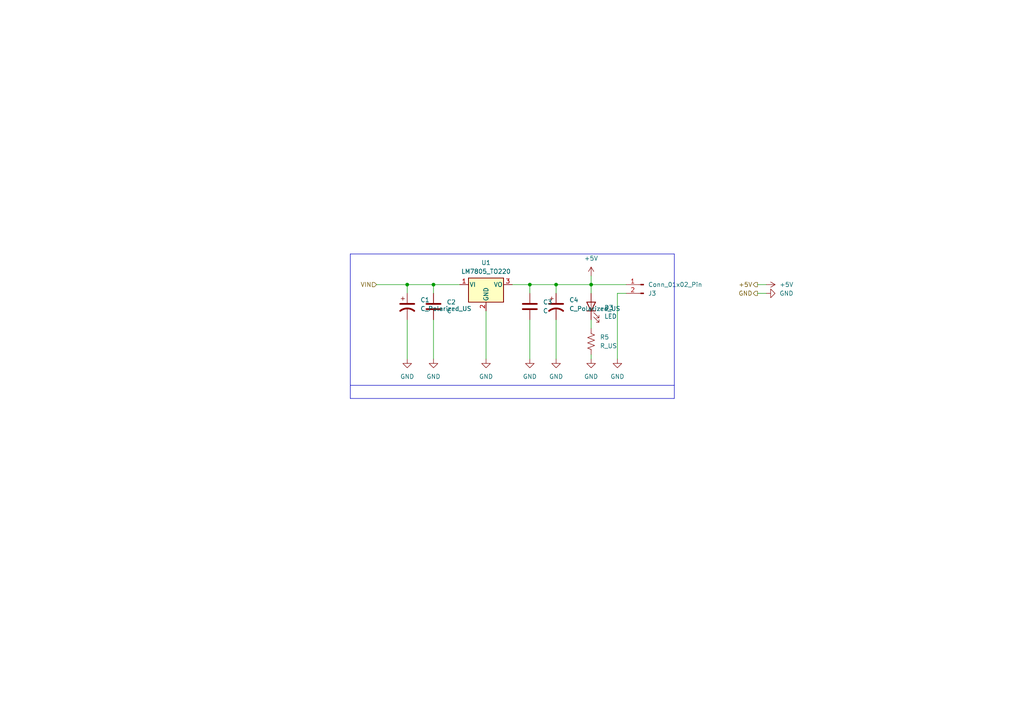
<source format=kicad_sch>
(kicad_sch (version 20250114) (generator "eeschema") (generator_version "9.0")
  (paper "A4")
  (lib_symbols
    (symbol "Connector:Conn_01x02_Pin" (pin_names (offset 1.016) (hide yes))
      (property "Reference" "J" (at 0 2.54 0))
      (property "Value" "Conn_01x02_Pin" (at 0 -5.08 0))
      (symbol "Conn_01x02_Pin_1_1"
        (rectangle (start 0.8636 0.127) (end 0 -0.127) (stroke (width 0.1524)) (fill (type outline)))
        (rectangle (start 0.8636 -2.413) (end 0 -2.667) (stroke (width 0.1524)) (fill (type outline)))
        (polyline (pts (xy 1.27 0) (xy 0.8636 0)) (stroke (width 0.1524)))
        (polyline (pts (xy 1.27 -2.54) (xy 0.8636 -2.54)) (stroke (width 0.1524)))
        (pin passive line (at 5.08 0 180) (length 3.81) (name "Pin_1") (number "1"))
        (pin passive line (at 5.08 -2.54 180) (length 3.81) (name "Pin_2") (number "2"))
      )
    )
    (symbol "Device:C" (pin_numbers (hide yes)) (pin_names (offset 0.254))
      (property "Reference" "C" (at 0.635 2.54 0))
      (property "Value" "C" (at 0.635 -2.54 0))
      (symbol "C_0_1"
        (polyline (pts (xy -2.032 0.762) (xy 2.032 0.762)) (stroke (width 0.508)))
        (polyline (pts (xy -2.032 -0.762) (xy 2.032 -0.762)) (stroke (width 0.508)))
      )
      (symbol "C_1_1"
        (pin passive line (at 0 3.81 270) (length 2.794) (name "~") (number "1"))
        (pin passive line (at 0 -3.81 90) (length 2.794) (name "~") (number "2"))
      )
    )
    (symbol "Device:C_Polarized_US" (pin_numbers (hide yes)) (pin_names (offset 0.254) (hide yes))
      (property "Reference" "C" (at 0.635 2.54 0))
      (property "Value" "C_Polarized_US" (at 0.635 -2.54 0))
      (symbol "C_Polarized_US_0_1"
        (polyline (pts (xy -2.032 0.762) (xy 2.032 0.762)) (stroke (width 0.508)))
        (polyline (pts (xy -1.778 2.286) (xy -0.762 2.286)))
        (polyline (pts (xy -1.27 1.778) (xy -1.27 2.794)))
        (arc (start -2.032 -1.27) (mid 0 -0.5572) (end 2.032 -1.27) (stroke (width 0.508)))
      )
      (symbol "C_Polarized_US_1_1"
        (pin passive line (at 0 3.81 270) (length 2.794) (name "~") (number "1"))
        (pin passive line (at 0 -3.81 90) (length 3.302) (name "~") (number "2"))
      )
    )
    (symbol "Device:LED" (pin_numbers (hide yes)) (pin_names (offset 1.016) (hide yes))
      (property "Reference" "D" (at 0 2.54 0))
      (property "Value" "LED" (at 0 -2.54 0))
      (symbol "LED_0_1"
        (polyline (pts (xy -3.048 -0.762) (xy -4.572 -2.286) (xy -3.81 -2.286) (xy -4.572 -2.286) (xy -4.572 -1.524)))
        (polyline (pts (xy -1.778 -0.762) (xy -3.302 -2.286) (xy -2.54 -2.286) (xy -3.302 -2.286) (xy -3.302 -1.524)))
        (polyline (pts (xy -1.27 0) (xy 1.27 0)))
        (polyline (pts (xy -1.27 -1.27) (xy -1.27 1.27)) (stroke (width 0.254)))
        (polyline (pts (xy 1.27 -1.27) (xy 1.27 1.27) (xy -1.27 0) (xy 1.27 -1.27)) (stroke (width 0.254)))
      )
      (symbol "LED_1_1"
        (pin passive line (at -3.81 0 0) (length 2.54) (name "K") (number "1"))
        (pin passive line (at 3.81 0 180) (length 2.54) (name "A") (number "2"))
      )
    )
    (symbol "Device:R_US" (pin_numbers (hide yes)) (pin_names (offset 0))
      (property "Reference" "R" (at 2.54 0 90))
      (property "Value" "R_US" (at -2.54 0 90))
      (symbol "R_US_0_1"
        (polyline (pts (xy 0 2.286) (xy 0 2.54)))
        (polyline (pts (xy 0 2.286) (xy 1.016 1.905) (xy 0 1.524) (xy -1.016 1.143) (xy 0 0.762)))
        (polyline (pts (xy 0 0.762) (xy 1.016 0.381) (xy 0 0) (xy -1.016 -0.381) (xy 0 -0.762)))
        (polyline (pts (xy 0 -0.762) (xy 1.016 -1.143) (xy 0 -1.524) (xy -1.016 -1.905) (xy 0 -2.286)))
        (polyline (pts (xy 0 -2.286) (xy 0 -2.54)))
      )
      (symbol "R_US_1_1"
        (pin passive line (at 0 3.81 270) (length 1.27) (name "~") (number "1"))
        (pin passive line (at 0 -3.81 90) (length 1.27) (name "~") (number "2"))
      )
    )
    (symbol "Regulator_Linear:LM7805_TO220" (pin_names (offset 0.254))
      (property "Reference" "U" (at -3.81 3.175 0))
      (property "Value" "LM7805_TO220" (at 0 3.175 0))
      (symbol "LM7805_TO220_0_1"
        (rectangle (start -5.08 1.905) (end 5.08 -5.08) (stroke (width 0.254)) (fill (type background)))
      )
      (symbol "LM7805_TO220_1_1"
        (pin power_in line (at -7.62 0 0) (length 2.54) (name "VI") (number "1"))
        (pin power_in line (at 0 -7.62 90) (length 2.54) (name "GND") (number "2"))
        (pin power_out line (at 7.62 0 180) (length 2.54) (name "VO") (number "3"))
      )
    )
    (symbol "power:+5V" (power) (pin_names (offset 0))
      (property "Value" "+5V" (at 0 3.556 0))
      (symbol "+5V_0_1"
        (polyline (pts (xy -0.762 1.27) (xy 0 2.54)))
        (polyline (pts (xy 0 2.54) (xy 0.762 1.27)))
        (polyline (pts (xy 0 0) (xy 0 2.54)))
      )
      (symbol "+5V_1_1"
        (pin power_in line (at 0 0 90) (length 0) (hide yes) (name "+5V") (number "1"))
      )
    )
    (symbol "power:GND" (power) (pin_names (offset 0))
      (property "Value" "GND" (at 0 -3.81 0))
      (symbol "GND_0_1"
        (polyline (pts (xy 0 0) (xy 0 -1.27) (xy 1.27 -1.27) (xy 0 -2.54) (xy -1.27 -1.27) (xy 0 -1.27)))
      )
      (symbol "GND_1_1"
        (pin power_in line (at 0 0 270) (length 0) (hide yes) (name "GND") (number "1"))
      )
    )
  )
  (junction (at 125.73 82.55))
  (junction (at 153.67 82.55))
  (junction (at 171.45 82.55))
  (junction (at 118.11 82.55))
  (junction (at 161.29 82.55))
  (wire (pts (xy 148.59 82.55) (xy 153.67 82.55)))
  (polyline (pts (xy 195.58 115.57) (xy 195.58 111.76)))
  (polyline (pts (xy 101.6 111.76) (xy 101.6 115.57)))
  (wire (pts (xy 171.45 92.71) (xy 171.45 95.25)))
  (wire (pts (xy 140.97 90.17) (xy 140.97 104.14)))
  (wire (pts (xy 219.71 85.09) (xy 222.25 85.09)))
  (wire (pts (xy 153.67 82.55) (xy 161.29 82.55)))
  (polyline (pts (xy 195.58 73.66) (xy 195.58 111.76)))
  (wire (pts (xy 118.11 92.71) (xy 118.11 104.14)))
  (wire (pts (xy 118.11 82.55) (xy 125.73 82.55)))
  (wire (pts (xy 125.73 82.55) (xy 125.73 85.09)))
  (wire (pts (xy 171.45 82.55) (xy 181.61 82.55)))
  (polyline (pts (xy 101.6 73.66) (xy 101.6 111.76)))
  (wire (pts (xy 161.29 82.55) (xy 171.45 82.55)))
  (wire (pts (xy 161.29 92.71) (xy 161.29 104.14)))
  (wire (pts (xy 179.07 104.14) (xy 179.07 85.09)))
  (wire (pts (xy 125.73 82.55) (xy 133.35 82.55)))
  (wire (pts (xy 109.22 82.55) (xy 118.11 82.55)))
  (polyline (pts (xy 195.58 111.76) (xy 101.6 111.76)))
  (wire (pts (xy 171.45 102.87) (xy 171.45 104.14)))
  (wire (pts (xy 171.45 82.55) (xy 171.45 85.09)))
  (wire (pts (xy 219.71 82.55) (xy 222.25 82.55)))
  (wire (pts (xy 171.45 80.01) (xy 171.45 82.55)))
  (wire (pts (xy 161.29 82.55) (xy 161.29 85.09)))
  (wire (pts (xy 153.67 82.55) (xy 153.67 85.09)))
  (wire (pts (xy 153.67 92.71) (xy 153.67 104.14)))
  (wire (pts (xy 118.11 85.09) (xy 118.11 82.55)))
  (polyline (pts (xy 101.6 73.66) (xy 195.58 73.66)))
  (polyline (pts (xy 101.6 115.57) (xy 195.58 115.57)))
  (wire (pts (xy 125.73 92.71) (xy 125.73 104.14)))
  (wire (pts (xy 179.07 85.09) (xy 181.61 85.09)))
  (hierarchical_label "GND" (shape output) (at 219.71 85.09 180))
  (hierarchical_label "+5V" (shape output) (at 219.71 82.55 180))
  (hierarchical_label "VIN" (shape input) (at 109.22 82.55 180))
  (symbol (lib_id "Device:C_Polarized_US") (at 118.11 88.9 0) (unit 1)
    (property "Reference" "C1" (at 121.92 86.995 0) (effects (justify left)))
    (property "Value" "C_Polarized_US" (at 121.92 89.535 0) (effects (justify left)))
    (property "Footprint" "Capacitor_THT:CP_Radial_D5.0mm_P2.50mm" (effects (hide yes)))
  )
  (symbol (lib_id "power:GND") (at 171.45 104.14 0) (unit 1)
    (property "Reference" "#PWR017" (effects (hide yes)))
    (property "Value" "GND" (at 171.45 109.22 0))
  )
  (symbol (lib_id "power:GND") (at 140.97 104.14 0) (unit 1)
    (property "Reference" "#PWR013" (effects (hide yes)))
    (property "Value" "GND" (at 140.97 109.22 0))
  )
  (symbol (lib_id "Device:C_Polarized_US") (at 161.29 88.9 0) (unit 1)
    (property "Reference" "C4" (at 165.1 86.995 0) (effects (justify left)))
    (property "Value" "C_Polarized_US" (at 165.1 89.535 0) (effects (justify left)))
    (property "Footprint" "Capacitor_THT:CP_Radial_D5.0mm_P2.50mm" (effects (hide yes)))
  )
  (symbol (lib_id "Device:LED") (at 171.45 88.9 90) (unit 1)
    (property "Reference" "D3" (at 175.26 89.2175 90) (effects (justify right)))
    (property "Value" "LED" (at 175.26 91.7575 90) (effects (justify right)))
    (property "Footprint" "LED_THT:LED_D3.0mm" (effects (hide yes)))
  )
  (symbol (lib_id "Regulator_Linear:LM7805_TO220") (at 140.97 82.55 0) (unit 1)
    (property "Reference" "U1" (at 140.97 76.2 0))
    (property "Value" "LM7805_TO220" (at 140.97 78.74 0))
    (property "Footprint" "Package_TO_SOT_THT:TO-220-3_Vertical" (effects (hide yes)))
    (property "Datasheet" "https://www.onsemi.cn/PowerSolutions/document/MC7800-D.PDF" (effects (hide yes)))
  )
  (symbol (lib_id "power:GND") (at 222.25 85.09 90) (unit 1)
    (property "Reference" "#PWR020" (effects (hide yes)))
    (property "Value" "GND" (at 226.06 85.09 90) (effects (justify right)))
  )
  (symbol (lib_id "Device:C") (at 125.73 88.9 0) (unit 1)
    (property "Reference" "C2" (at 129.54 87.63 0) (effects (justify left)))
    (property "Value" "C" (at 129.54 90.17 0) (effects (justify left)))
    (property "Footprint" "Capacitor_THT:C_Disc_D5.0mm_W2.5mm_P2.50mm" (effects (hide yes)))
  )
  (symbol (lib_id "Connector:Conn_01x02_Pin") (at 186.69 82.55 0) (mirror y) (unit 1)
    (property "Reference" "J3" (at 187.96 85.09 0) (effects (justify right)))
    (property "Value" "Conn_01x02_Pin" (at 187.96 82.55 0) (effects (justify right)))
    (property "Footprint" "Connector_Molex:Molex_KK-254_AE-6410-02A_1x02_P2.54mm_Vertical" (effects (hide yes)))
  )
  (symbol (lib_id "Device:C") (at 153.67 88.9 0) (unit 1)
    (property "Reference" "C3" (at 157.48 87.63 0) (effects (justify left)))
    (property "Value" "C" (at 157.48 90.17 0) (effects (justify left)))
    (property "Footprint" "Capacitor_THT:C_Disc_D5.0mm_W2.5mm_P2.50mm" (effects (hide yes)))
  )
  (symbol (lib_id "power:+5V") (at 222.25 82.55 270) (unit 1)
    (property "Reference" "#PWR019" (effects (hide yes)))
    (property "Value" "+5V" (at 226.06 82.55 90) (effects (justify left)))
  )
  (symbol (lib_id "power:GND") (at 118.11 104.14 0) (unit 1)
    (property "Reference" "#PWR011" (effects (hide yes)))
    (property "Value" "GND" (at 118.11 109.22 0))
  )
  (symbol (lib_id "power:GND") (at 179.07 104.14 0) (unit 1)
    (property "Reference" "#PWR018" (effects (hide yes)))
    (property "Value" "GND" (at 179.07 109.22 0))
  )
  (symbol (lib_id "power:+5V") (at 171.45 80.01 0) (unit 1)
    (property "Reference" "#PWR016" (effects (hide yes)))
    (property "Value" "+5V" (at 171.45 74.93 0))
  )
  (symbol (lib_id "power:GND") (at 153.67 104.14 0) (unit 1)
    (property "Reference" "#PWR014" (effects (hide yes)))
    (property "Value" "GND" (at 153.67 109.22 0))
  )
  (symbol (lib_id "power:GND") (at 125.73 104.14 0) (unit 1)
    (property "Reference" "#PWR012" (effects (hide yes)))
    (property "Value" "GND" (at 125.73 109.22 0))
  )
  (symbol (lib_id "Device:R_US") (at 171.45 99.06 0) (unit 1)
    (property "Reference" "R5" (at 173.99 97.79 0) (effects (justify left)))
    (property "Value" "R_US" (at 173.99 100.33 0) (effects (justify left)))
    (property "Footprint" "Resistor_THT:R_Axial_DIN0207_L6.3mm_D2.5mm_P7.62mm_Horizontal" (effects (hide yes)))
  )
  (symbol (lib_id "power:GND") (at 161.29 104.14 0) (unit 1)
    (property "Reference" "#PWR015" (effects (hide yes)))
    (property "Value" "GND" (at 161.29 109.22 0))
  )
)
</source>
